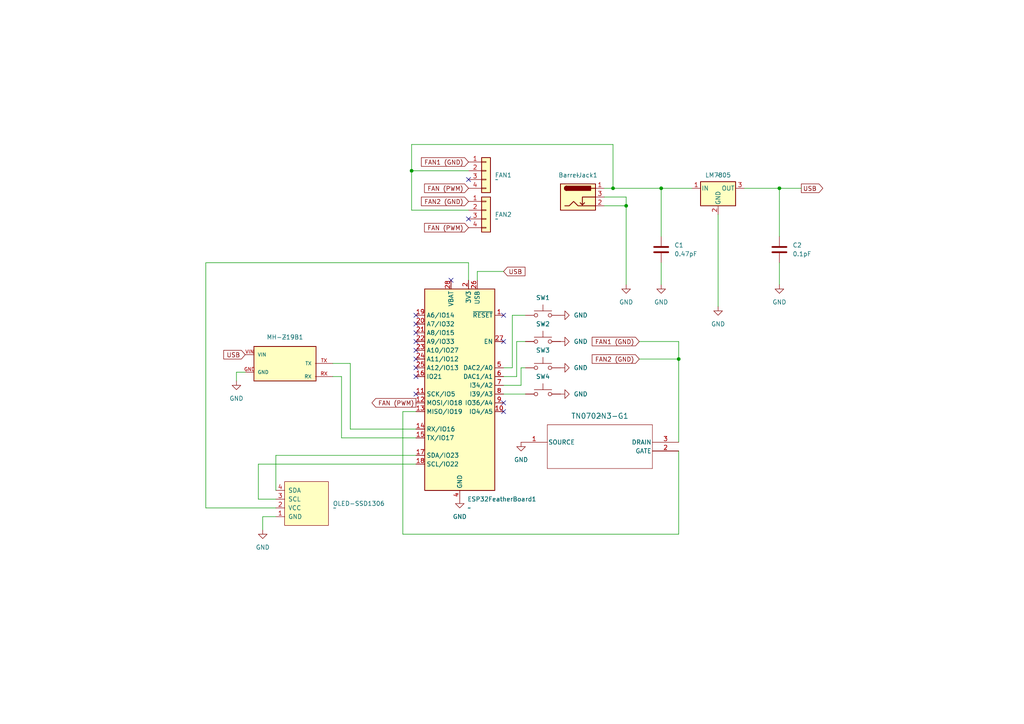
<source format=kicad_sch>
(kicad_sch (version 20230121) (generator eeschema)

  (uuid 8d29f45a-e391-4a6a-b79c-39ad31c4e34e)

  (paper "A4")

  (title_block
    (title "Smart Vent PCB (2nd Iteration)")
    (date "April,19,2024")
  )

  (lib_symbols
    (symbol "2024-04-21_06-41-13:TN0702N3-G" (pin_names (offset 0.254)) (in_bom yes) (on_board yes)
      (property "Reference" "U" (at 22.86 10.16 0)
        (effects (font (size 1.524 1.524)))
      )
      (property "Value" "TN0702N3-G" (at 22.86 7.62 0)
        (effects (font (size 1.524 1.524)))
      )
      (property "Footprint" "TO-92_MC_MCH" (at 0 0 0)
        (effects (font (size 1.27 1.27) italic) hide)
      )
      (property "Datasheet" "TN0702N3-G" (at 0 0 0)
        (effects (font (size 1.27 1.27) italic) hide)
      )
      (property "ki_locked" "" (at 0 0 0)
        (effects (font (size 1.27 1.27)))
      )
      (property "ki_keywords" "TN0702N3-G" (at 0 0 0)
        (effects (font (size 1.27 1.27)) hide)
      )
      (property "ki_fp_filters" "TO-92_MC_MCH" (at 0 0 0)
        (effects (font (size 1.27 1.27)) hide)
      )
      (symbol "TN0702N3-G_0_1"
        (polyline
          (pts
            (xy 7.62 -7.62)
            (xy 38.1 -7.62)
          )
          (stroke (width 0.127) (type default))
          (fill (type none))
        )
        (polyline
          (pts
            (xy 7.62 5.08)
            (xy 7.62 -7.62)
          )
          (stroke (width 0.127) (type default))
          (fill (type none))
        )
        (polyline
          (pts
            (xy 38.1 -7.62)
            (xy 38.1 5.08)
          )
          (stroke (width 0.127) (type default))
          (fill (type none))
        )
        (polyline
          (pts
            (xy 38.1 5.08)
            (xy 7.62 5.08)
          )
          (stroke (width 0.127) (type default))
          (fill (type none))
        )
        (pin unspecified line (at 0 0 0) (length 7.62)
          (name "SOURCE" (effects (font (size 1.27 1.27))))
          (number "1" (effects (font (size 1.27 1.27))))
        )
        (pin unspecified line (at 45.72 -2.54 180) (length 7.62)
          (name "GATE" (effects (font (size 1.27 1.27))))
          (number "2" (effects (font (size 1.27 1.27))))
        )
        (pin unspecified line (at 45.72 0 180) (length 7.62)
          (name "DRAIN" (effects (font (size 1.27 1.27))))
          (number "3" (effects (font (size 1.27 1.27))))
        )
      )
    )
    (symbol "Connector:Barrel_Jack_Switch" (pin_names hide) (in_bom yes) (on_board yes)
      (property "Reference" "J" (at 0 5.334 0)
        (effects (font (size 1.27 1.27)))
      )
      (property "Value" "Barrel_Jack_Switch" (at 0 -5.08 0)
        (effects (font (size 1.27 1.27)))
      )
      (property "Footprint" "" (at 1.27 -1.016 0)
        (effects (font (size 1.27 1.27)) hide)
      )
      (property "Datasheet" "~" (at 1.27 -1.016 0)
        (effects (font (size 1.27 1.27)) hide)
      )
      (property "ki_keywords" "DC power barrel jack connector" (at 0 0 0)
        (effects (font (size 1.27 1.27)) hide)
      )
      (property "ki_description" "DC Barrel Jack with an internal switch" (at 0 0 0)
        (effects (font (size 1.27 1.27)) hide)
      )
      (property "ki_fp_filters" "BarrelJack*" (at 0 0 0)
        (effects (font (size 1.27 1.27)) hide)
      )
      (symbol "Barrel_Jack_Switch_0_1"
        (rectangle (start -5.08 3.81) (end 5.08 -3.81)
          (stroke (width 0.254) (type default))
          (fill (type background))
        )
        (arc (start -3.302 3.175) (mid -3.9343 2.54) (end -3.302 1.905)
          (stroke (width 0.254) (type default))
          (fill (type none))
        )
        (arc (start -3.302 3.175) (mid -3.9343 2.54) (end -3.302 1.905)
          (stroke (width 0.254) (type default))
          (fill (type outline))
        )
        (polyline
          (pts
            (xy 1.27 -2.286)
            (xy 1.905 -1.651)
          )
          (stroke (width 0.254) (type default))
          (fill (type none))
        )
        (polyline
          (pts
            (xy 5.08 2.54)
            (xy 3.81 2.54)
          )
          (stroke (width 0.254) (type default))
          (fill (type none))
        )
        (polyline
          (pts
            (xy 5.08 0)
            (xy 1.27 0)
            (xy 1.27 -2.286)
            (xy 0.635 -1.651)
          )
          (stroke (width 0.254) (type default))
          (fill (type none))
        )
        (polyline
          (pts
            (xy -3.81 -2.54)
            (xy -2.54 -2.54)
            (xy -1.27 -1.27)
            (xy 0 -2.54)
            (xy 2.54 -2.54)
            (xy 5.08 -2.54)
          )
          (stroke (width 0.254) (type default))
          (fill (type none))
        )
        (rectangle (start 3.683 3.175) (end -3.302 1.905)
          (stroke (width 0.254) (type default))
          (fill (type outline))
        )
      )
      (symbol "Barrel_Jack_Switch_1_1"
        (pin passive line (at 7.62 2.54 180) (length 2.54)
          (name "~" (effects (font (size 1.27 1.27))))
          (number "1" (effects (font (size 1.27 1.27))))
        )
        (pin passive line (at 7.62 -2.54 180) (length 2.54)
          (name "~" (effects (font (size 1.27 1.27))))
          (number "2" (effects (font (size 1.27 1.27))))
        )
        (pin passive line (at 7.62 0 180) (length 2.54)
          (name "~" (effects (font (size 1.27 1.27))))
          (number "3" (effects (font (size 1.27 1.27))))
        )
      )
    )
    (symbol "Connector_Generic:Conn_01x04" (pin_names (offset 1.016) hide) (in_bom yes) (on_board yes)
      (property "Reference" "J" (at 0 5.08 0)
        (effects (font (size 1.27 1.27)))
      )
      (property "Value" "Conn_01x04" (at 0 -7.62 0)
        (effects (font (size 1.27 1.27)))
      )
      (property "Footprint" "" (at 0 0 0)
        (effects (font (size 1.27 1.27)) hide)
      )
      (property "Datasheet" "~" (at 0 0 0)
        (effects (font (size 1.27 1.27)) hide)
      )
      (property "ki_keywords" "connector" (at 0 0 0)
        (effects (font (size 1.27 1.27)) hide)
      )
      (property "ki_description" "Generic connector, single row, 01x04, script generated (kicad-library-utils/schlib/autogen/connector/)" (at 0 0 0)
        (effects (font (size 1.27 1.27)) hide)
      )
      (property "ki_fp_filters" "Connector*:*_1x??_*" (at 0 0 0)
        (effects (font (size 1.27 1.27)) hide)
      )
      (symbol "Conn_01x04_1_1"
        (rectangle (start -1.27 -4.953) (end 0 -5.207)
          (stroke (width 0.1524) (type default))
          (fill (type none))
        )
        (rectangle (start -1.27 -2.413) (end 0 -2.667)
          (stroke (width 0.1524) (type default))
          (fill (type none))
        )
        (rectangle (start -1.27 0.127) (end 0 -0.127)
          (stroke (width 0.1524) (type default))
          (fill (type none))
        )
        (rectangle (start -1.27 2.667) (end 0 2.413)
          (stroke (width 0.1524) (type default))
          (fill (type none))
        )
        (rectangle (start -1.27 3.81) (end 1.27 -6.35)
          (stroke (width 0.254) (type default))
          (fill (type background))
        )
        (pin passive line (at -5.08 2.54 0) (length 3.81)
          (name "Pin_1" (effects (font (size 1.27 1.27))))
          (number "1" (effects (font (size 1.27 1.27))))
        )
        (pin passive line (at -5.08 0 0) (length 3.81)
          (name "Pin_2" (effects (font (size 1.27 1.27))))
          (number "2" (effects (font (size 1.27 1.27))))
        )
        (pin passive line (at -5.08 -2.54 0) (length 3.81)
          (name "Pin_3" (effects (font (size 1.27 1.27))))
          (number "3" (effects (font (size 1.27 1.27))))
        )
        (pin passive line (at -5.08 -5.08 0) (length 3.81)
          (name "Pin_4" (effects (font (size 1.27 1.27))))
          (number "4" (effects (font (size 1.27 1.27))))
        )
      )
    )
    (symbol "Device:C" (pin_numbers hide) (pin_names (offset 0.254)) (in_bom yes) (on_board yes)
      (property "Reference" "C" (at 0.635 2.54 0)
        (effects (font (size 1.27 1.27)) (justify left))
      )
      (property "Value" "C" (at 0.635 -2.54 0)
        (effects (font (size 1.27 1.27)) (justify left))
      )
      (property "Footprint" "" (at 0.9652 -3.81 0)
        (effects (font (size 1.27 1.27)) hide)
      )
      (property "Datasheet" "~" (at 0 0 0)
        (effects (font (size 1.27 1.27)) hide)
      )
      (property "ki_keywords" "cap capacitor" (at 0 0 0)
        (effects (font (size 1.27 1.27)) hide)
      )
      (property "ki_description" "Unpolarized capacitor" (at 0 0 0)
        (effects (font (size 1.27 1.27)) hide)
      )
      (property "ki_fp_filters" "C_*" (at 0 0 0)
        (effects (font (size 1.27 1.27)) hide)
      )
      (symbol "C_0_1"
        (polyline
          (pts
            (xy -2.032 -0.762)
            (xy 2.032 -0.762)
          )
          (stroke (width 0.508) (type default))
          (fill (type none))
        )
        (polyline
          (pts
            (xy -2.032 0.762)
            (xy 2.032 0.762)
          )
          (stroke (width 0.508) (type default))
          (fill (type none))
        )
      )
      (symbol "C_1_1"
        (pin passive line (at 0 3.81 270) (length 2.794)
          (name "~" (effects (font (size 1.27 1.27))))
          (number "1" (effects (font (size 1.27 1.27))))
        )
        (pin passive line (at 0 -3.81 90) (length 2.794)
          (name "~" (effects (font (size 1.27 1.27))))
          (number "2" (effects (font (size 1.27 1.27))))
        )
      )
    )
    (symbol "MCU_Module:Adafruit_Feather_HUZZAH32_ESP32" (in_bom yes) (on_board yes)
      (property "Reference" "A1" (at 2.1941 -33.02 0)
        (effects (font (size 1.27 1.27)) (justify left))
      )
      (property "Value" "Adafruit_Feather_HUZZAH32_ESP32" (at 2.1941 -35.56 0)
        (effects (font (size 1.27 1.27)) (justify left))
      )
      (property "Footprint" "Module:Adafruit_Feather" (at 2.54 -34.29 0)
        (effects (font (size 1.27 1.27)) (justify left) hide)
      )
      (property "Datasheet" "https://cdn-learn.adafruit.com/downloads/pdf/adafruit-huzzah32-esp32-feather.pdf" (at 0 -30.48 0)
        (effects (font (size 1.27 1.27)) hide)
      )
      (property "ki_keywords" "Adafruit feather microcontroller module USB" (at 0 0 0)
        (effects (font (size 1.27 1.27)) hide)
      )
      (property "ki_description" "Microcontroller module with ESP32 MCU" (at 0 0 0)
        (effects (font (size 1.27 1.27)) hide)
      )
      (property "ki_fp_filters" "Adafruit*Feather*" (at 0 0 0)
        (effects (font (size 1.27 1.27)) hide)
      )
      (symbol "Adafruit_Feather_HUZZAH32_ESP32_0_1"
        (rectangle (start -10.16 27.94) (end 10.16 -30.48)
          (stroke (width 0.254) (type default))
          (fill (type background))
        )
      )
      (symbol "Adafruit_Feather_HUZZAH32_ESP32_1_1"
        (pin input line (at 12.7 20.32 180) (length 2.54)
          (name "~{RESET}" (effects (font (size 1.27 1.27))))
          (number "1" (effects (font (size 1.27 1.27))))
        )
        (pin bidirectional line (at 12.7 -7.62 180) (length 2.54)
          (name "IO4/A5" (effects (font (size 1.27 1.27))))
          (number "10" (effects (font (size 1.27 1.27))))
        )
        (pin bidirectional line (at -12.7 -2.54 0) (length 2.54)
          (name "SCK/IO5" (effects (font (size 1.27 1.27))))
          (number "11" (effects (font (size 1.27 1.27))))
        )
        (pin bidirectional line (at -12.7 -5.08 0) (length 2.54)
          (name "MOSI/IO18" (effects (font (size 1.27 1.27))))
          (number "12" (effects (font (size 1.27 1.27))))
        )
        (pin bidirectional line (at -12.7 -7.62 0) (length 2.54)
          (name "MISO/IO19" (effects (font (size 1.27 1.27))))
          (number "13" (effects (font (size 1.27 1.27))))
        )
        (pin bidirectional line (at -12.7 -12.7 0) (length 2.54)
          (name "RX/IO16" (effects (font (size 1.27 1.27))))
          (number "14" (effects (font (size 1.27 1.27))))
        )
        (pin bidirectional line (at -12.7 -15.24 0) (length 2.54)
          (name "TX/IO17" (effects (font (size 1.27 1.27))))
          (number "15" (effects (font (size 1.27 1.27))))
        )
        (pin bidirectional line (at -12.7 2.54 0) (length 2.54)
          (name "IO21" (effects (font (size 1.27 1.27))))
          (number "16" (effects (font (size 1.27 1.27))))
        )
        (pin bidirectional line (at -12.7 -20.32 0) (length 2.54)
          (name "SDA/IO23" (effects (font (size 1.27 1.27))))
          (number "17" (effects (font (size 1.27 1.27))))
        )
        (pin bidirectional line (at -12.7 -22.86 0) (length 2.54)
          (name "SCL/IO22" (effects (font (size 1.27 1.27))))
          (number "18" (effects (font (size 1.27 1.27))))
        )
        (pin bidirectional line (at -12.7 20.32 0) (length 2.54)
          (name "A6/IO14" (effects (font (size 1.27 1.27))))
          (number "19" (effects (font (size 1.27 1.27))))
        )
        (pin power_out line (at 2.54 30.48 270) (length 2.54)
          (name "3V3" (effects (font (size 1.27 1.27))))
          (number "2" (effects (font (size 1.27 1.27))))
        )
        (pin bidirectional line (at -12.7 17.78 0) (length 2.54)
          (name "A7/IO32" (effects (font (size 1.27 1.27))))
          (number "20" (effects (font (size 1.27 1.27))))
        )
        (pin bidirectional line (at -12.7 15.24 0) (length 2.54)
          (name "A8/IO15" (effects (font (size 1.27 1.27))))
          (number "21" (effects (font (size 1.27 1.27))))
        )
        (pin bidirectional line (at -12.7 12.7 0) (length 2.54)
          (name "A9/IO33" (effects (font (size 1.27 1.27))))
          (number "22" (effects (font (size 1.27 1.27))))
        )
        (pin bidirectional line (at -12.7 10.16 0) (length 2.54)
          (name "A10/IO27" (effects (font (size 1.27 1.27))))
          (number "23" (effects (font (size 1.27 1.27))))
        )
        (pin bidirectional line (at -12.7 7.62 0) (length 2.54)
          (name "A11/IO12" (effects (font (size 1.27 1.27))))
          (number "24" (effects (font (size 1.27 1.27))))
        )
        (pin bidirectional line (at -12.7 5.08 0) (length 2.54)
          (name "A12/IO13" (effects (font (size 1.27 1.27))))
          (number "25" (effects (font (size 1.27 1.27))))
        )
        (pin power_in line (at 5.08 30.48 270) (length 2.54)
          (name "USB" (effects (font (size 1.27 1.27))))
          (number "26" (effects (font (size 1.27 1.27))))
        )
        (pin input line (at 12.7 12.7 180) (length 2.54)
          (name "EN" (effects (font (size 1.27 1.27))))
          (number "27" (effects (font (size 1.27 1.27))))
        )
        (pin power_in line (at -2.54 30.48 270) (length 2.54)
          (name "VBAT" (effects (font (size 1.27 1.27))))
          (number "28" (effects (font (size 1.27 1.27))))
        )
        (pin no_connect line (at 10.16 10.16 180) (length 2.54) hide
          (name "NC" (effects (font (size 1.27 1.27))))
          (number "3" (effects (font (size 1.27 1.27))))
        )
        (pin power_in line (at 0 -33.02 90) (length 2.54)
          (name "GND" (effects (font (size 1.27 1.27))))
          (number "4" (effects (font (size 1.27 1.27))))
        )
        (pin bidirectional line (at 12.7 5.08 180) (length 2.54)
          (name "DAC2/A0" (effects (font (size 1.27 1.27))))
          (number "5" (effects (font (size 1.27 1.27))))
        )
        (pin bidirectional line (at 12.7 2.54 180) (length 2.54)
          (name "DAC1/A1" (effects (font (size 1.27 1.27))))
          (number "6" (effects (font (size 1.27 1.27))))
        )
        (pin bidirectional line (at 12.7 0 180) (length 2.54)
          (name "I34/A2" (effects (font (size 1.27 1.27))))
          (number "7" (effects (font (size 1.27 1.27))))
        )
        (pin bidirectional line (at 12.7 -2.54 180) (length 2.54)
          (name "I39/A3" (effects (font (size 1.27 1.27))))
          (number "8" (effects (font (size 1.27 1.27))))
        )
        (pin bidirectional line (at 12.7 -5.08 180) (length 2.54)
          (name "IO36/A4" (effects (font (size 1.27 1.27))))
          (number "9" (effects (font (size 1.27 1.27))))
        )
      )
    )
    (symbol "MH-Z19B:MH-Z19B" (pin_names (offset 1.016)) (in_bom yes) (on_board yes)
      (property "Reference" "U2" (at 9 15.24 0)
        (effects (font (size 1.27 1.27)))
      )
      (property "Value" "MH-Z19B" (at 9 12.7 0)
        (effects (font (size 1.27 1.27)))
      )
      (property "Footprint" "MH-Z19B:MH-Z19B-FOOT" (at 34.29 13.97 0)
        (effects (font (size 1.27 1.27)) (justify bottom) hide)
      )
      (property "Datasheet" "" (at 0 0 0)
        (effects (font (size 1.27 1.27)) hide)
      )
      (property "Description" "\nIntelligent Infrared CO2 Module\n" (at 46.99 7.62 0)
        (effects (font (size 1.27 1.27)) (justify bottom) hide)
      )
      (property "MF" "Winsen" (at 55.88 13.97 0)
        (effects (font (size 1.27 1.27)) (justify bottom) hide)
      )
      (property "Package" "Package" (at 54.61 3.81 0)
        (effects (font (size 1.27 1.27)) (justify bottom) hide)
      )
      (property "Price" "None" (at 52.07 1.27 0)
        (effects (font (size 1.27 1.27)) (justify bottom) hide)
      )
      (property "SnapEDA_Link" "https://www.snapeda.com/parts/MH-Z19B/Winsen/view-part/?ref=snap" (at 39.37 20.32 0)
        (effects (font (size 1.27 1.27)) (justify bottom) hide)
      )
      (property "MP" "MH-Z19B" (at 43.18 2.54 0)
        (effects (font (size 1.27 1.27)) (justify bottom) hide)
      )
      (property "Availability" "Not in stock" (at 41.91 11.43 0)
        (effects (font (size 1.27 1.27)) (justify bottom) hide)
      )
      (property "Check_prices" "https://www.snapeda.com/parts/MH-Z19B/Winsen/view-part/?ref=eda" (at 44.45 17.78 0)
        (effects (font (size 1.27 1.27)) (justify bottom) hide)
      )
      (symbol "MH-Z19B_0_0"
        (rectangle (start 0 0) (end 18 10)
          (stroke (width 0.254) (type default))
          (fill (type background))
        )
        (pin bidirectional line (at -2.54 2.54 0) (length 2.54)
          (name "GND" (effects (font (size 1.016 1.016))))
          (number "GND" (effects (font (size 1.016 1.016))))
        )
        (pin bidirectional line (at 22.86 1.27 180) (length 5.08)
          (name "RX" (effects (font (size 1.016 1.016))))
          (number "RX" (effects (font (size 1.016 1.016))))
        )
        (pin bidirectional line (at 22.86 5.08 180) (length 5.08)
          (name "TX" (effects (font (size 1.016 1.016))))
          (number "TX" (effects (font (size 1.016 1.016))))
        )
        (pin bidirectional line (at -2.54 7.62 0) (length 2.54)
          (name "VIN" (effects (font (size 1.016 1.016))))
          (number "VIN" (effects (font (size 1.016 1.016))))
        )
      )
    )
    (symbol "Regulator_Linear:L7805" (pin_names (offset 0.254)) (in_bom yes) (on_board yes)
      (property "Reference" "U" (at -3.81 3.175 0)
        (effects (font (size 1.27 1.27)))
      )
      (property "Value" "L7805" (at 0 3.175 0)
        (effects (font (size 1.27 1.27)) (justify left))
      )
      (property "Footprint" "" (at 0.635 -3.81 0)
        (effects (font (size 1.27 1.27) italic) (justify left) hide)
      )
      (property "Datasheet" "http://www.st.com/content/ccc/resource/technical/document/datasheet/41/4f/b3/b0/12/d4/47/88/CD00000444.pdf/files/CD00000444.pdf/jcr:content/translations/en.CD00000444.pdf" (at 0 -1.27 0)
        (effects (font (size 1.27 1.27)) hide)
      )
      (property "ki_keywords" "Voltage Regulator 1.5A Positive" (at 0 0 0)
        (effects (font (size 1.27 1.27)) hide)
      )
      (property "ki_description" "Positive 1.5A 35V Linear Regulator, Fixed Output 5V, TO-220/TO-263/TO-252" (at 0 0 0)
        (effects (font (size 1.27 1.27)) hide)
      )
      (property "ki_fp_filters" "TO?252* TO?263* TO?220*" (at 0 0 0)
        (effects (font (size 1.27 1.27)) hide)
      )
      (symbol "L7805_0_1"
        (rectangle (start -5.08 1.905) (end 5.08 -5.08)
          (stroke (width 0.254) (type default))
          (fill (type background))
        )
      )
      (symbol "L7805_1_1"
        (pin power_in line (at -7.62 0 0) (length 2.54)
          (name "IN" (effects (font (size 1.27 1.27))))
          (number "1" (effects (font (size 1.27 1.27))))
        )
        (pin power_in line (at 0 -7.62 90) (length 2.54)
          (name "GND" (effects (font (size 1.27 1.27))))
          (number "2" (effects (font (size 1.27 1.27))))
        )
        (pin power_out line (at 7.62 0 180) (length 2.54)
          (name "OUT" (effects (font (size 1.27 1.27))))
          (number "3" (effects (font (size 1.27 1.27))))
        )
      )
    )
    (symbol "SSD1306-128x64_OLED:SSD1306" (pin_names (offset 1.016)) (in_bom yes) (on_board yes)
      (property "Reference" "Brd" (at 0 -3.81 0)
        (effects (font (size 1.27 1.27)))
      )
      (property "Value" "SSD1306" (at 0 -1.27 0)
        (effects (font (size 1.27 1.27)))
      )
      (property "Footprint" "" (at 0 6.35 0)
        (effects (font (size 1.27 1.27)) hide)
      )
      (property "Datasheet" "" (at 0 6.35 0)
        (effects (font (size 1.27 1.27)) hide)
      )
      (property "ki_fp_filters" "SSD1306-128x64_OLED:SSD1306" (at 0 0 0)
        (effects (font (size 1.27 1.27)) hide)
      )
      (symbol "SSD1306_0_1"
        (rectangle (start -6.35 6.35) (end 6.35 -6.35)
          (stroke (width 0) (type solid))
          (fill (type background))
        )
      )
      (symbol "SSD1306_1_1"
        (pin input line (at -3.81 8.89 270) (length 2.54)
          (name "GND" (effects (font (size 1.27 1.27))))
          (number "1" (effects (font (size 1.27 1.27))))
        )
        (pin input line (at -1.27 8.89 270) (length 2.54)
          (name "VCC" (effects (font (size 1.27 1.27))))
          (number "2" (effects (font (size 1.27 1.27))))
        )
        (pin input line (at 1.27 8.89 270) (length 2.54)
          (name "SCL" (effects (font (size 1.27 1.27))))
          (number "3" (effects (font (size 1.27 1.27))))
        )
        (pin input line (at 3.81 8.89 270) (length 2.54)
          (name "SDA" (effects (font (size 1.27 1.27))))
          (number "4" (effects (font (size 1.27 1.27))))
        )
      )
    )
    (symbol "Switch:SW_Push" (pin_numbers hide) (pin_names (offset 1.016) hide) (in_bom yes) (on_board yes)
      (property "Reference" "SW" (at 1.27 2.54 0)
        (effects (font (size 1.27 1.27)) (justify left))
      )
      (property "Value" "SW_Push" (at 0 -1.524 0)
        (effects (font (size 1.27 1.27)))
      )
      (property "Footprint" "" (at 0 5.08 0)
        (effects (font (size 1.27 1.27)) hide)
      )
      (property "Datasheet" "~" (at 0 5.08 0)
        (effects (font (size 1.27 1.27)) hide)
      )
      (property "ki_keywords" "switch normally-open pushbutton push-button" (at 0 0 0)
        (effects (font (size 1.27 1.27)) hide)
      )
      (property "ki_description" "Push button switch, generic, two pins" (at 0 0 0)
        (effects (font (size 1.27 1.27)) hide)
      )
      (symbol "SW_Push_0_1"
        (circle (center -2.032 0) (radius 0.508)
          (stroke (width 0) (type default))
          (fill (type none))
        )
        (polyline
          (pts
            (xy 0 1.27)
            (xy 0 3.048)
          )
          (stroke (width 0) (type default))
          (fill (type none))
        )
        (polyline
          (pts
            (xy 2.54 1.27)
            (xy -2.54 1.27)
          )
          (stroke (width 0) (type default))
          (fill (type none))
        )
        (circle (center 2.032 0) (radius 0.508)
          (stroke (width 0) (type default))
          (fill (type none))
        )
        (pin passive line (at -5.08 0 0) (length 2.54)
          (name "1" (effects (font (size 1.27 1.27))))
          (number "1" (effects (font (size 1.27 1.27))))
        )
        (pin passive line (at 5.08 0 180) (length 2.54)
          (name "2" (effects (font (size 1.27 1.27))))
          (number "2" (effects (font (size 1.27 1.27))))
        )
      )
    )
    (symbol "power:GND" (power) (pin_names (offset 0)) (in_bom yes) (on_board yes)
      (property "Reference" "#PWR" (at 0 -6.35 0)
        (effects (font (size 1.27 1.27)) hide)
      )
      (property "Value" "GND" (at 0 -3.81 0)
        (effects (font (size 1.27 1.27)))
      )
      (property "Footprint" "" (at 0 0 0)
        (effects (font (size 1.27 1.27)) hide)
      )
      (property "Datasheet" "" (at 0 0 0)
        (effects (font (size 1.27 1.27)) hide)
      )
      (property "ki_keywords" "global power" (at 0 0 0)
        (effects (font (size 1.27 1.27)) hide)
      )
      (property "ki_description" "Power symbol creates a global label with name \"GND\" , ground" (at 0 0 0)
        (effects (font (size 1.27 1.27)) hide)
      )
      (symbol "GND_0_1"
        (polyline
          (pts
            (xy 0 0)
            (xy 0 -1.27)
            (xy 1.27 -1.27)
            (xy 0 -2.54)
            (xy -1.27 -1.27)
            (xy 0 -1.27)
          )
          (stroke (width 0) (type default))
          (fill (type none))
        )
      )
      (symbol "GND_1_1"
        (pin power_in line (at 0 0 270) (length 0) hide
          (name "GND" (effects (font (size 1.27 1.27))))
          (number "1" (effects (font (size 1.27 1.27))))
        )
      )
    )
  )

  (junction (at 177.8 54.61) (diameter 0) (color 0 0 0 0)
    (uuid 1e4a00ee-89b5-4e13-aa46-6254c90bc01c)
  )
  (junction (at 181.61 59.69) (diameter 0) (color 0 0 0 0)
    (uuid 36244720-08db-4a57-8f1d-a9eca7065141)
  )
  (junction (at 226.06 54.61) (diameter 0) (color 0 0 0 0)
    (uuid 5a65212c-88db-4859-86b0-8b46dd8b23f1)
  )
  (junction (at 196.85 104.14) (diameter 0) (color 0 0 0 0)
    (uuid 8d13c38c-d3fd-4ee2-b44b-177706e50d1f)
  )
  (junction (at 119.38 49.53) (diameter 0) (color 0 0 0 0)
    (uuid fa531e3f-2980-4a75-86c9-a9aac618f49a)
  )
  (junction (at 191.77 54.61) (diameter 0) (color 0 0 0 0)
    (uuid fb810fb9-36f3-40f1-a38d-a046dfe954c1)
  )

  (no_connect (at 120.65 93.98) (uuid 0d94c947-49c6-4a0e-be05-f2bdf6b5dfed))
  (no_connect (at 146.05 116.84) (uuid 1b2d328d-bb2b-427e-8067-d76326d5ce7b))
  (no_connect (at 120.65 96.52) (uuid 3701a0a0-3a7a-45c5-8691-f0ca26b321e0))
  (no_connect (at 120.65 91.44) (uuid 506edb22-1333-480e-9764-0cdec401c4a1))
  (no_connect (at 146.05 91.44) (uuid 58acbc2e-2da6-4847-970b-3698c5da6701))
  (no_connect (at 120.65 114.3) (uuid 5c0791e2-30d5-4f89-b301-acb0c396f4ad))
  (no_connect (at 120.65 109.22) (uuid 62f25edb-b4a3-4158-b508-05b97dabaa6a))
  (no_connect (at 120.65 104.14) (uuid 68f6e3a9-7c9d-4fa2-9ad7-5a3e28be5c6f))
  (no_connect (at 146.05 99.06) (uuid 77e9e2bc-eeb0-45fa-b29a-a9ccd401b68c))
  (no_connect (at 135.89 63.5) (uuid 86300fe0-0129-457b-b94d-8feebebc4613))
  (no_connect (at 130.81 81.28) (uuid a94cde1e-1b33-49ec-ae42-a29ea3ea967c))
  (no_connect (at 146.05 119.38) (uuid a985a786-4be2-4680-83bb-d2ebec760f61))
  (no_connect (at 120.65 101.6) (uuid ab0cbc89-0b87-4497-85fd-d57d2c4f5564))
  (no_connect (at 135.89 52.07) (uuid f0f7ce78-b07d-4058-9427-af27e4f5d278))
  (no_connect (at 120.65 99.06) (uuid f74b5c6d-e4eb-4f4f-b38c-c2108de7f9ea))
  (no_connect (at 120.65 106.68) (uuid fa8e79c1-d011-4cfd-98b7-9aaeaa144c2a))

  (wire (pts (xy 196.85 154.94) (xy 196.85 130.81))
    (stroke (width 0) (type default))
    (uuid 087df0b4-187a-4501-939b-d571159f3bf1)
  )
  (wire (pts (xy 59.69 147.32) (xy 80.01 147.32))
    (stroke (width 0) (type default))
    (uuid 101f6819-3dde-4c86-a140-5656cc4f1583)
  )
  (wire (pts (xy 149.86 99.06) (xy 149.86 109.22))
    (stroke (width 0) (type default))
    (uuid 1587e4cf-9f55-4448-8d58-57c5d5507468)
  )
  (wire (pts (xy 151.13 106.68) (xy 151.13 111.76))
    (stroke (width 0) (type default))
    (uuid 16bb28bd-61fe-48c0-bbbd-39f01a82750a)
  )
  (wire (pts (xy 177.8 41.91) (xy 177.8 54.61))
    (stroke (width 0) (type default))
    (uuid 19db2091-39b9-4a7a-befe-d80aed849b82)
  )
  (wire (pts (xy 74.93 134.62) (xy 120.65 134.62))
    (stroke (width 0) (type default))
    (uuid 1a246864-b7fb-475a-93df-b03493a0fdf8)
  )
  (wire (pts (xy 76.2 149.86) (xy 76.2 153.67))
    (stroke (width 0) (type default))
    (uuid 1d2e9037-9f19-4bcc-87d3-5f91851727fb)
  )
  (wire (pts (xy 116.84 154.94) (xy 196.85 154.94))
    (stroke (width 0) (type default))
    (uuid 1eb26838-6dcc-40f0-8cc7-e7edc32f74a9)
  )
  (wire (pts (xy 99.06 109.22) (xy 99.06 127))
    (stroke (width 0) (type default))
    (uuid 1fcb4753-bbb8-4bce-acca-f0aeee369577)
  )
  (wire (pts (xy 71.12 107.95) (xy 68.58 107.95))
    (stroke (width 0) (type default))
    (uuid 2b588ee3-693d-4c5e-8657-5fccc530e275)
  )
  (wire (pts (xy 148.59 106.68) (xy 146.05 106.68))
    (stroke (width 0) (type default))
    (uuid 43e7280a-d2b6-45c3-8d67-dc83f30c5240)
  )
  (wire (pts (xy 175.26 59.69) (xy 181.61 59.69))
    (stroke (width 0) (type default))
    (uuid 45a778ff-3f72-42d2-8adf-de71ab2733bc)
  )
  (wire (pts (xy 152.4 99.06) (xy 149.86 99.06))
    (stroke (width 0) (type default))
    (uuid 460c9045-e74c-46ff-aeee-dd3fa688b49d)
  )
  (wire (pts (xy 196.85 99.06) (xy 185.42 99.06))
    (stroke (width 0) (type default))
    (uuid 53b478e8-b4cd-4437-ab9a-36387d6a7d23)
  )
  (wire (pts (xy 177.8 54.61) (xy 191.77 54.61))
    (stroke (width 0) (type default))
    (uuid 637922aa-0e3d-48d7-8a50-b510258c6eb5)
  )
  (wire (pts (xy 59.69 76.2) (xy 135.89 76.2))
    (stroke (width 0) (type default))
    (uuid 65b45377-205b-40a3-96b0-5ce6786532f1)
  )
  (wire (pts (xy 175.26 54.61) (xy 177.8 54.61))
    (stroke (width 0) (type default))
    (uuid 74f3c211-c168-4c6b-be8d-d055718306c1)
  )
  (wire (pts (xy 59.69 147.32) (xy 59.69 76.2))
    (stroke (width 0) (type default))
    (uuid 753af51f-db11-4fcb-9cb9-1451e223f761)
  )
  (wire (pts (xy 119.38 49.53) (xy 119.38 41.91))
    (stroke (width 0) (type default))
    (uuid 781946d2-eb0f-4203-8540-280b414deb72)
  )
  (wire (pts (xy 101.6 105.41) (xy 101.6 124.46))
    (stroke (width 0) (type default))
    (uuid 7be66a58-dc8b-4e40-b7e9-d45681329b7f)
  )
  (wire (pts (xy 80.01 149.86) (xy 76.2 149.86))
    (stroke (width 0) (type default))
    (uuid 7c41ce88-bfd3-466e-a072-7b6371e7aedf)
  )
  (wire (pts (xy 96.52 105.41) (xy 101.6 105.41))
    (stroke (width 0) (type default))
    (uuid 7da8419f-2fa5-4e31-99b1-468e3a900355)
  )
  (wire (pts (xy 146.05 109.22) (xy 149.86 109.22))
    (stroke (width 0) (type default))
    (uuid 7f6a3cc0-131f-4c58-9fae-b5c31dbea9c1)
  )
  (wire (pts (xy 185.42 104.14) (xy 196.85 104.14))
    (stroke (width 0) (type default))
    (uuid 8346d737-bf56-4e4a-a775-741d80c30cc7)
  )
  (wire (pts (xy 101.6 124.46) (xy 120.65 124.46))
    (stroke (width 0) (type default))
    (uuid 88fea0fb-2115-46c2-b8b8-df219a0302c7)
  )
  (wire (pts (xy 116.84 119.38) (xy 116.84 154.94))
    (stroke (width 0) (type default))
    (uuid 8af84e14-1dbe-4eba-9207-f0d2d1bf64be)
  )
  (wire (pts (xy 119.38 49.53) (xy 119.38 60.96))
    (stroke (width 0) (type default))
    (uuid 8b669d24-96d6-4a99-bdcc-dd4993a9deac)
  )
  (wire (pts (xy 80.01 142.24) (xy 80.01 132.08))
    (stroke (width 0) (type default))
    (uuid 8c0322f3-3e99-44fb-b14d-119d9c6b4244)
  )
  (wire (pts (xy 99.06 127) (xy 120.65 127))
    (stroke (width 0) (type default))
    (uuid 8c04dcad-a2d6-4178-ad72-4bb9a3b03c62)
  )
  (wire (pts (xy 208.28 62.23) (xy 208.28 88.9))
    (stroke (width 0) (type default))
    (uuid 8dffbfca-19c3-493c-855e-4714fc16fddd)
  )
  (wire (pts (xy 196.85 104.14) (xy 196.85 99.06))
    (stroke (width 0) (type default))
    (uuid 91865cee-9890-4cf6-8cb0-e0af02737905)
  )
  (wire (pts (xy 74.93 144.78) (xy 74.93 134.62))
    (stroke (width 0) (type default))
    (uuid 9579251c-3a20-4160-8291-f921c42bb5ee)
  )
  (wire (pts (xy 146.05 111.76) (xy 151.13 111.76))
    (stroke (width 0) (type default))
    (uuid 99decb4f-28fa-4d44-abf3-320d744ea5af)
  )
  (wire (pts (xy 196.85 128.27) (xy 196.85 104.14))
    (stroke (width 0) (type default))
    (uuid 9d3e6d03-78d1-47f2-ade7-2a2fe0593a8f)
  )
  (wire (pts (xy 152.4 91.44) (xy 148.59 91.44))
    (stroke (width 0) (type default))
    (uuid 9f589f56-aa74-42bd-b861-3d5cacc4c765)
  )
  (wire (pts (xy 135.89 81.28) (xy 135.89 76.2))
    (stroke (width 0) (type default))
    (uuid a6309c84-44cc-4314-8405-b2454fe94234)
  )
  (wire (pts (xy 138.43 81.28) (xy 138.43 78.74))
    (stroke (width 0) (type default))
    (uuid a6501dba-3b14-4edf-ba54-7221efa739d3)
  )
  (wire (pts (xy 120.65 119.38) (xy 116.84 119.38))
    (stroke (width 0) (type default))
    (uuid a6c21116-9a71-40cd-b940-04b20e46169c)
  )
  (wire (pts (xy 152.4 106.68) (xy 151.13 106.68))
    (stroke (width 0) (type default))
    (uuid a96b2722-9eee-4656-8c97-de2cb5b51d53)
  )
  (wire (pts (xy 175.26 57.15) (xy 181.61 57.15))
    (stroke (width 0) (type default))
    (uuid aec854ec-974d-415b-823a-e3042d978043)
  )
  (wire (pts (xy 119.38 41.91) (xy 177.8 41.91))
    (stroke (width 0) (type default))
    (uuid b014f557-0dc1-487d-9354-e5fa2b608d54)
  )
  (wire (pts (xy 226.06 54.61) (xy 232.41 54.61))
    (stroke (width 0) (type default))
    (uuid b2451f30-08bd-4d91-b8fc-cf699bad033e)
  )
  (wire (pts (xy 191.77 54.61) (xy 200.66 54.61))
    (stroke (width 0) (type default))
    (uuid b2fc9627-ce07-4c85-b9a0-3d7039567a42)
  )
  (wire (pts (xy 146.05 114.3) (xy 152.4 114.3))
    (stroke (width 0) (type default))
    (uuid b3896b3e-f918-44eb-8b26-69808b532c20)
  )
  (wire (pts (xy 181.61 57.15) (xy 181.61 59.69))
    (stroke (width 0) (type default))
    (uuid c359c9b4-a864-4260-86c9-27448a1b3373)
  )
  (wire (pts (xy 181.61 59.69) (xy 181.61 82.55))
    (stroke (width 0) (type default))
    (uuid c81f0a3a-f983-479c-837e-d77d9338da9e)
  )
  (wire (pts (xy 96.52 109.22) (xy 99.06 109.22))
    (stroke (width 0) (type default))
    (uuid d3963063-ecba-43cc-8e1c-7b0e609680b1)
  )
  (wire (pts (xy 226.06 76.2) (xy 226.06 82.55))
    (stroke (width 0) (type default))
    (uuid d5a84d0f-9948-4246-9718-007d4aef3f1c)
  )
  (wire (pts (xy 191.77 76.2) (xy 191.77 82.55))
    (stroke (width 0) (type default))
    (uuid d7b88d21-fb1d-4dff-bdab-3370f136fce2)
  )
  (wire (pts (xy 226.06 68.58) (xy 226.06 54.61))
    (stroke (width 0) (type default))
    (uuid ddfa1c2e-7189-49dd-bce4-5b8d60d2432c)
  )
  (wire (pts (xy 135.89 49.53) (xy 119.38 49.53))
    (stroke (width 0) (type default))
    (uuid e7879ee1-3cb4-46a4-945d-8bcb2431fb5f)
  )
  (wire (pts (xy 191.77 54.61) (xy 191.77 68.58))
    (stroke (width 0) (type default))
    (uuid e9baec13-15b4-483d-b3db-a0ddb9772beb)
  )
  (wire (pts (xy 215.9 54.61) (xy 226.06 54.61))
    (stroke (width 0) (type default))
    (uuid ec4b8cbe-1de0-4478-911c-20cf5173b4a5)
  )
  (wire (pts (xy 138.43 78.74) (xy 146.05 78.74))
    (stroke (width 0) (type default))
    (uuid edfd6644-ae70-4274-97ab-0153b6c34712)
  )
  (wire (pts (xy 135.89 60.96) (xy 119.38 60.96))
    (stroke (width 0) (type default))
    (uuid ee5a202c-abdc-480c-aebd-6aca36854d7f)
  )
  (wire (pts (xy 80.01 144.78) (xy 74.93 144.78))
    (stroke (width 0) (type default))
    (uuid f0650a1c-deb2-4907-b5a8-031b8c0415d5)
  )
  (wire (pts (xy 68.58 107.95) (xy 68.58 110.49))
    (stroke (width 0) (type default))
    (uuid f270911d-3e3d-445f-b162-a1ef0ff36883)
  )
  (wire (pts (xy 148.59 91.44) (xy 148.59 106.68))
    (stroke (width 0) (type default))
    (uuid f372dcc7-85ff-40e1-b868-bc5011251679)
  )
  (wire (pts (xy 80.01 132.08) (xy 120.65 132.08))
    (stroke (width 0) (type default))
    (uuid fbd68516-1729-4051-ba45-809cb4bf0b93)
  )

  (global_label "FAN2 (GND)" (shape input) (at 185.42 104.14 180) (fields_autoplaced)
    (effects (font (size 1.27 1.27)) (justify right))
    (uuid 027fed36-0328-4035-957f-b86c40f9be14)
    (property "Intersheetrefs" "${INTERSHEET_REFS}" (at 171.1861 104.14 0)
      (effects (font (size 1.27 1.27)) (justify right) hide)
    )
  )
  (global_label "FAN (PWM)" (shape output) (at 120.65 116.84 180) (fields_autoplaced)
    (effects (font (size 1.27 1.27)) (justify right))
    (uuid 1aa6af99-0426-4e3d-94c9-84085e005b76)
    (property "Intersheetrefs" "${INTERSHEET_REFS}" (at 107.3233 116.84 0)
      (effects (font (size 1.27 1.27)) (justify right) hide)
    )
  )
  (global_label "FAN1 (GND)" (shape input) (at 135.89 46.99 180) (fields_autoplaced)
    (effects (font (size 1.27 1.27)) (justify right))
    (uuid 1fac5e9c-d376-4745-9e1f-247704bac66f)
    (property "Intersheetrefs" "${INTERSHEET_REFS}" (at 121.6561 46.99 0)
      (effects (font (size 1.27 1.27)) (justify right) hide)
    )
  )
  (global_label "FAN1 (GND)" (shape input) (at 185.42 99.06 180) (fields_autoplaced)
    (effects (font (size 1.27 1.27)) (justify right))
    (uuid 4e960dcf-b998-496b-9b60-1fc14ad870ca)
    (property "Intersheetrefs" "${INTERSHEET_REFS}" (at 171.1861 99.06 0)
      (effects (font (size 1.27 1.27)) (justify right) hide)
    )
  )
  (global_label "USB" (shape input) (at 71.12 102.87 180) (fields_autoplaced)
    (effects (font (size 1.27 1.27)) (justify right))
    (uuid 63e3a1f0-c23c-4d87-a546-f95f8089272b)
    (property "Intersheetrefs" "${INTERSHEET_REFS}" (at 64.3248 102.87 0)
      (effects (font (size 1.27 1.27)) (justify right) hide)
    )
  )
  (global_label "FAN (PWM)" (shape input) (at 135.89 54.61 180) (fields_autoplaced)
    (effects (font (size 1.27 1.27)) (justify right))
    (uuid bb2112a5-1d28-4291-9967-5375473c7fa0)
    (property "Intersheetrefs" "${INTERSHEET_REFS}" (at 122.5633 54.61 0)
      (effects (font (size 1.27 1.27)) (justify right) hide)
    )
  )
  (global_label "USB" (shape input) (at 146.05 78.74 0) (fields_autoplaced)
    (effects (font (size 1.27 1.27)) (justify left))
    (uuid c5f6b0d4-67be-4472-976e-df0554352845)
    (property "Intersheetrefs" "${INTERSHEET_REFS}" (at 152.8452 78.74 0)
      (effects (font (size 1.27 1.27)) (justify left) hide)
    )
  )
  (global_label "FAN (PWM)" (shape input) (at 135.89 66.04 180) (fields_autoplaced)
    (effects (font (size 1.27 1.27)) (justify right))
    (uuid cf43fe7d-680b-476b-9d89-72a563f071ae)
    (property "Intersheetrefs" "${INTERSHEET_REFS}" (at 122.5633 66.04 0)
      (effects (font (size 1.27 1.27)) (justify right) hide)
    )
  )
  (global_label "FAN2 (GND)" (shape input) (at 135.89 58.42 180) (fields_autoplaced)
    (effects (font (size 1.27 1.27)) (justify right))
    (uuid e501f45f-1d3e-4222-8ceb-12e4d870b703)
    (property "Intersheetrefs" "${INTERSHEET_REFS}" (at 121.6561 58.42 0)
      (effects (font (size 1.27 1.27)) (justify right) hide)
    )
  )
  (global_label "USB" (shape output) (at 232.41 54.61 0) (fields_autoplaced)
    (effects (font (size 1.27 1.27)) (justify left))
    (uuid fef7f077-0ff8-4bf2-886e-d5b8b269afdc)
    (property "Intersheetrefs" "${INTERSHEET_REFS}" (at 239.2052 54.61 0)
      (effects (font (size 1.27 1.27)) (justify left) hide)
    )
  )

  (symbol (lib_id "SSD1306-128x64_OLED:SSD1306") (at 88.9 146.05 90) (unit 1)
    (in_bom yes) (on_board yes) (dnp no) (fields_autoplaced)
    (uuid 02cbfd6b-9c4b-425c-b8c1-bb1ae568ec19)
    (property "Reference" "OLED-SSD1306" (at 96.52 146.05 90)
      (effects (font (size 1.27 1.27)) (justify right))
    )
    (property "Value" "~" (at 96.52 147.32 90)
      (effects (font (size 1.27 1.27)) (justify right))
    )
    (property "Footprint" "Display:Adafruit_SSD1306" (at 82.55 146.05 0)
      (effects (font (size 1.27 1.27)) hide)
    )
    (property "Datasheet" "" (at 82.55 146.05 0)
      (effects (font (size 1.27 1.27)) hide)
    )
    (pin "1" (uuid 2ab29a7f-5fbe-4e7f-9b7a-bf280122e929))
    (pin "2" (uuid 4cbe5165-293c-438a-8975-2ad7cc81e7fa))
    (pin "3" (uuid 9a7602e3-0a7f-4304-a01c-a40fca8720bd))
    (pin "4" (uuid 60f5a683-a844-413b-8945-0650b818fe98))
    (instances
      (project "PCB final"
        (path "/8d29f45a-e391-4a6a-b79c-39ad31c4e34e"
          (reference "OLED-SSD1306") (unit 1)
        )
      )
    )
  )

  (symbol (lib_id "Switch:SW_Push") (at 157.48 99.06 0) (unit 1)
    (in_bom yes) (on_board yes) (dnp no) (fields_autoplaced)
    (uuid 0b3cd22e-c8b9-46f2-8a37-ce9cfb5d5786)
    (property "Reference" "SW2" (at 157.48 93.98 0)
      (effects (font (size 1.27 1.27)))
    )
    (property "Value" "~" (at 157.48 93.98 0)
      (effects (font (size 1.27 1.27)))
    )
    (property "Footprint" "Button_Switch_THT:SW_PUSH_6mm_H4.3mm" (at 157.48 93.98 0)
      (effects (font (size 1.27 1.27)) hide)
    )
    (property "Datasheet" "~" (at 157.48 93.98 0)
      (effects (font (size 1.27 1.27)) hide)
    )
    (pin "1" (uuid 306ec50d-a1fc-41d9-ab02-dab1aecaf4dc))
    (pin "2" (uuid 7806bf00-4749-4329-90be-425edb489dbf))
    (instances
      (project "PCB final"
        (path "/8d29f45a-e391-4a6a-b79c-39ad31c4e34e"
          (reference "SW2") (unit 1)
        )
      )
    )
  )

  (symbol (lib_id "Connector_Generic:Conn_01x04") (at 140.97 60.96 0) (unit 1)
    (in_bom yes) (on_board yes) (dnp no) (fields_autoplaced)
    (uuid 1408e85f-8390-4a48-8c5d-4d886b69926e)
    (property "Reference" "FAN2" (at 143.51 62.23 0)
      (effects (font (size 1.27 1.27)) (justify left))
    )
    (property "Value" "~" (at 143.51 63.5 0)
      (effects (font (size 1.27 1.27)) (justify left))
    )
    (property "Footprint" "Connector_PinHeader_2.54mm:PinHeader_1x04_P2.54mm_Vertical" (at 140.97 60.96 0)
      (effects (font (size 1.27 1.27)) hide)
    )
    (property "Datasheet" "" (at 140.97 60.96 0)
      (effects (font (size 1.27 1.27)) hide)
    )
    (pin "1" (uuid c705e4c1-7e33-4a5f-a9fe-6f9e9fa50021))
    (pin "2" (uuid 2fb0ced0-7eaf-4d62-be75-f964785b7140))
    (pin "3" (uuid 617a58d4-e3f7-476f-a09e-544f2ceb4f6e))
    (pin "4" (uuid 1ece8614-f4e5-48cd-9cef-78f104a58fa6))
    (instances
      (project "PCB final"
        (path "/8d29f45a-e391-4a6a-b79c-39ad31c4e34e"
          (reference "FAN2") (unit 1)
        )
      )
    )
  )

  (symbol (lib_id "power:GND") (at 162.56 91.44 90) (unit 1)
    (in_bom yes) (on_board yes) (dnp no) (fields_autoplaced)
    (uuid 2c3f10de-d6da-45f1-a7a1-7c03cd6c6094)
    (property "Reference" "#PWR012" (at 168.91 91.44 0)
      (effects (font (size 1.27 1.27)) hide)
    )
    (property "Value" "GND" (at 166.37 91.44 90)
      (effects (font (size 1.27 1.27)) (justify right))
    )
    (property "Footprint" "" (at 162.56 91.44 0)
      (effects (font (size 1.27 1.27)) hide)
    )
    (property "Datasheet" "" (at 162.56 91.44 0)
      (effects (font (size 1.27 1.27)) hide)
    )
    (pin "1" (uuid 6119785a-a91c-49b4-9c29-766446da0f1e))
    (instances
      (project "PCB final"
        (path "/8d29f45a-e391-4a6a-b79c-39ad31c4e34e"
          (reference "#PWR012") (unit 1)
        )
      )
    )
  )

  (symbol (lib_id "Switch:SW_Push") (at 157.48 114.3 0) (unit 1)
    (in_bom yes) (on_board yes) (dnp no) (fields_autoplaced)
    (uuid 322769e8-b007-48d2-9acc-50ecc9ff1327)
    (property "Reference" "SW4" (at 157.48 109.22 0)
      (effects (font (size 1.27 1.27)))
    )
    (property "Value" "~" (at 157.48 109.22 0)
      (effects (font (size 1.27 1.27)) hide)
    )
    (property "Footprint" "Button_Switch_THT:SW_PUSH_6mm_H4.3mm" (at 157.48 109.22 0)
      (effects (font (size 1.27 1.27)) hide)
    )
    (property "Datasheet" "~" (at 157.48 109.22 0)
      (effects (font (size 1.27 1.27)) hide)
    )
    (pin "1" (uuid 966e74c6-c37c-4e81-a2fe-35ec8c52d31b))
    (pin "2" (uuid 7992e07f-15de-409f-8f70-c71ff454e066))
    (instances
      (project "PCB final"
        (path "/8d29f45a-e391-4a6a-b79c-39ad31c4e34e"
          (reference "SW4") (unit 1)
        )
      )
    )
  )

  (symbol (lib_id "power:GND") (at 162.56 99.06 90) (unit 1)
    (in_bom yes) (on_board yes) (dnp no) (fields_autoplaced)
    (uuid 3730dd89-f258-4bdc-a078-937484b8bf1f)
    (property "Reference" "#PWR011" (at 168.91 99.06 0)
      (effects (font (size 1.27 1.27)) hide)
    )
    (property "Value" "GND" (at 166.37 99.06 90)
      (effects (font (size 1.27 1.27)) (justify right))
    )
    (property "Footprint" "" (at 162.56 99.06 0)
      (effects (font (size 1.27 1.27)) hide)
    )
    (property "Datasheet" "" (at 162.56 99.06 0)
      (effects (font (size 1.27 1.27)) hide)
    )
    (pin "1" (uuid 5135f3d2-ffb4-4df0-b5c4-82ad23335967))
    (instances
      (project "PCB final"
        (path "/8d29f45a-e391-4a6a-b79c-39ad31c4e34e"
          (reference "#PWR011") (unit 1)
        )
      )
    )
  )

  (symbol (lib_id "power:GND") (at 191.77 82.55 0) (unit 1)
    (in_bom yes) (on_board yes) (dnp no) (fields_autoplaced)
    (uuid 3883340a-9388-46f1-a0ce-37d728fba660)
    (property "Reference" "#PWR07" (at 191.77 88.9 0)
      (effects (font (size 1.27 1.27)) hide)
    )
    (property "Value" "GND" (at 191.77 87.63 0)
      (effects (font (size 1.27 1.27)))
    )
    (property "Footprint" "" (at 191.77 82.55 0)
      (effects (font (size 1.27 1.27)) hide)
    )
    (property "Datasheet" "" (at 191.77 82.55 0)
      (effects (font (size 1.27 1.27)) hide)
    )
    (pin "1" (uuid 62463f0a-8f62-4dcf-b1ac-0d3cb8a28d55))
    (instances
      (project "PCB final"
        (path "/8d29f45a-e391-4a6a-b79c-39ad31c4e34e"
          (reference "#PWR07") (unit 1)
        )
      )
    )
  )

  (symbol (lib_id "power:GND") (at 76.2 153.67 0) (unit 1)
    (in_bom yes) (on_board yes) (dnp no) (fields_autoplaced)
    (uuid 479ffc58-4238-4b58-ac2d-14fa2e8f98b6)
    (property "Reference" "#PWR04" (at 76.2 160.02 0)
      (effects (font (size 1.27 1.27)) hide)
    )
    (property "Value" "GND" (at 76.2 158.75 0)
      (effects (font (size 1.27 1.27)))
    )
    (property "Footprint" "" (at 76.2 153.67 0)
      (effects (font (size 1.27 1.27)) hide)
    )
    (property "Datasheet" "" (at 76.2 153.67 0)
      (effects (font (size 1.27 1.27)) hide)
    )
    (pin "1" (uuid 961f2b39-3e9f-42a6-818d-9bc7f4d37346))
    (instances
      (project "PCB final"
        (path "/8d29f45a-e391-4a6a-b79c-39ad31c4e34e"
          (reference "#PWR04") (unit 1)
        )
      )
    )
  )

  (symbol (lib_id "Regulator_Linear:L7805") (at 208.28 54.61 0) (unit 1)
    (in_bom yes) (on_board yes) (dnp no) (fields_autoplaced)
    (uuid 4e9dfe7b-df2e-4cdb-8853-db3b7f2072b2)
    (property "Reference" "LM7805" (at 208.28 50.8 0)
      (effects (font (size 1.27 1.27)))
    )
    (property "Value" "~" (at 208.28 50.8 0)
      (effects (font (size 1.27 1.27)))
    )
    (property "Footprint" "Package_TO_SOT_THT:TO-220F-3_Vertical" (at 208.915 58.42 0)
      (effects (font (size 1.27 1.27) italic) (justify left) hide)
    )
    (property "Datasheet" "http://www.st.com/content/ccc/resource/technical/document/datasheet/41/4f/b3/b0/12/d4/47/88/CD00000444.pdf/files/CD00000444.pdf/jcr:content/translations/en.CD00000444.pdf" (at 208.28 55.88 0)
      (effects (font (size 1.27 1.27)) hide)
    )
    (pin "1" (uuid a0e3ef3c-ee1b-4237-a134-ab8f6464f260))
    (pin "2" (uuid b13294ae-f7dd-4148-92f2-fc48cac98fb1))
    (pin "3" (uuid 903fcea4-cb8d-4ba3-bdf2-7ece75a977d1))
    (instances
      (project "PCB final"
        (path "/8d29f45a-e391-4a6a-b79c-39ad31c4e34e"
          (reference "LM7805") (unit 1)
        )
      )
    )
  )

  (symbol (lib_id "power:GND") (at 162.56 106.68 90) (unit 1)
    (in_bom yes) (on_board yes) (dnp no) (fields_autoplaced)
    (uuid 5aae8227-8925-4de7-9296-11aec9b14606)
    (property "Reference" "#PWR010" (at 168.91 106.68 0)
      (effects (font (size 1.27 1.27)) hide)
    )
    (property "Value" "GND" (at 166.37 106.68 90)
      (effects (font (size 1.27 1.27)) (justify right))
    )
    (property "Footprint" "" (at 162.56 106.68 0)
      (effects (font (size 1.27 1.27)) hide)
    )
    (property "Datasheet" "" (at 162.56 106.68 0)
      (effects (font (size 1.27 1.27)) hide)
    )
    (pin "1" (uuid 4f3cc117-8a28-4b13-87b9-843e96ff2cfb))
    (instances
      (project "PCB final"
        (path "/8d29f45a-e391-4a6a-b79c-39ad31c4e34e"
          (reference "#PWR010") (unit 1)
        )
      )
    )
  )

  (symbol (lib_id "Switch:SW_Push") (at 157.48 106.68 0) (unit 1)
    (in_bom yes) (on_board yes) (dnp no) (fields_autoplaced)
    (uuid 5f1aeb4c-4a6b-43c6-a53e-103173c9cc61)
    (property "Reference" "SW3" (at 157.48 101.6 0)
      (effects (font (size 1.27 1.27)))
    )
    (property "Value" "~" (at 157.48 101.6 0)
      (effects (font (size 1.27 1.27)) hide)
    )
    (property "Footprint" "Button_Switch_THT:SW_PUSH_6mm_H4.3mm" (at 157.48 101.6 0)
      (effects (font (size 1.27 1.27)) hide)
    )
    (property "Datasheet" "~" (at 157.48 101.6 0)
      (effects (font (size 1.27 1.27)) hide)
    )
    (pin "1" (uuid b2170438-521e-44b7-a739-6a8ff9f62611))
    (pin "2" (uuid 018542e1-6f59-4e5c-9576-29f51196b69e))
    (instances
      (project "PCB final"
        (path "/8d29f45a-e391-4a6a-b79c-39ad31c4e34e"
          (reference "SW3") (unit 1)
        )
      )
    )
  )

  (symbol (lib_id "Device:C") (at 226.06 72.39 0) (unit 1)
    (in_bom yes) (on_board yes) (dnp no) (fields_autoplaced)
    (uuid 881c0330-2d45-4c0b-a6ac-867026e914a7)
    (property "Reference" "C2" (at 229.87 71.12 0)
      (effects (font (size 1.27 1.27)) (justify left))
    )
    (property "Value" "0.1pF" (at 229.87 73.66 0)
      (effects (font (size 1.27 1.27)) (justify left))
    )
    (property "Footprint" "Capacitor_Tantalum_SMD:CP_EIA-2012-12_Kemet-R_Pad1.30x1.05mm_HandSolder" (at 227.0252 76.2 0)
      (effects (font (size 1.27 1.27)) hide)
    )
    (property "Datasheet" "~" (at 226.06 72.39 0)
      (effects (font (size 1.27 1.27)) hide)
    )
    (pin "1" (uuid be22ec5a-0fd4-476d-89f2-ec06b4c7233d))
    (pin "2" (uuid 9053e526-dd17-40e3-afd8-b40184d5702a))
    (instances
      (project "PCB final"
        (path "/8d29f45a-e391-4a6a-b79c-39ad31c4e34e"
          (reference "C2") (unit 1)
        )
      )
    )
  )

  (symbol (lib_id "Connector:Barrel_Jack_Switch") (at 167.64 57.15 0) (unit 1)
    (in_bom yes) (on_board yes) (dnp no) (fields_autoplaced)
    (uuid 9153c9ea-47a9-4322-be97-096c922013da)
    (property "Reference" "BarrelJack1" (at 167.64 50.8 0)
      (effects (font (size 1.27 1.27)))
    )
    (property "Value" "~" (at 167.64 50.8 0)
      (effects (font (size 1.27 1.27)))
    )
    (property "Footprint" "Connector_BarrelJack:BarrelJack_GCT_DCJ200-10-A_Horizontal" (at 168.91 58.166 0)
      (effects (font (size 1.27 1.27)) hide)
    )
    (property "Datasheet" "" (at 168.91 58.166 0)
      (effects (font (size 1.27 1.27)) hide)
    )
    (pin "1" (uuid 2d8a2481-f152-4121-ac89-80a1ebeaeb16))
    (pin "2" (uuid e6d30cab-eb06-4288-8235-f66f681a9f5f))
    (pin "3" (uuid 3fd5bb95-1bac-4f17-9a2c-e680b21918e1))
    (instances
      (project "PCB final"
        (path "/8d29f45a-e391-4a6a-b79c-39ad31c4e34e"
          (reference "BarrelJack1") (unit 1)
        )
      )
    )
  )

  (symbol (lib_id "2024-04-21_06-41-13:TN0702N3-G") (at 151.13 128.27 0) (unit 1)
    (in_bom yes) (on_board yes) (dnp no) (fields_autoplaced)
    (uuid a3b89ba4-4b98-4e90-bc11-26eb585a6660)
    (property "Reference" "TN0702N3-G1" (at 173.99 120.65 0)
      (effects (font (size 1.524 1.524)))
    )
    (property "Value" "~" (at 173.99 120.65 0)
      (effects (font (size 1.524 1.524)))
    )
    (property "Footprint" "TN:TO-92_MC_MCH" (at 151.13 128.27 0)
      (effects (font (size 1.27 1.27) italic) hide)
    )
    (property "Datasheet" "TN0702N3-G" (at 151.13 128.27 0)
      (effects (font (size 1.27 1.27) italic) hide)
    )
    (pin "1" (uuid 51ada4d5-ed38-4762-9ae3-70c00917d629))
    (pin "2" (uuid 9554c072-ee01-4531-ba7a-847ac4cd9f73))
    (pin "3" (uuid 39b2c1d3-de53-444e-adf8-a0abbb531d9f))
    (instances
      (project "PCB final"
        (path "/8d29f45a-e391-4a6a-b79c-39ad31c4e34e"
          (reference "TN0702N3-G1") (unit 1)
        )
      )
    )
  )

  (symbol (lib_id "Device:C") (at 191.77 72.39 0) (unit 1)
    (in_bom yes) (on_board yes) (dnp no) (fields_autoplaced)
    (uuid aaedf73e-5b28-4694-9535-9d9815637699)
    (property "Reference" "C1" (at 195.58 71.12 0)
      (effects (font (size 1.27 1.27)) (justify left))
    )
    (property "Value" "0.47pF" (at 195.58 73.66 0)
      (effects (font (size 1.27 1.27)) (justify left))
    )
    (property "Footprint" "Capacitor_Tantalum_SMD:CP_EIA-2012-12_Kemet-R_Pad1.30x1.05mm_HandSolder" (at 192.7352 76.2 0)
      (effects (font (size 1.27 1.27)) hide)
    )
    (property "Datasheet" "~" (at 191.77 72.39 0)
      (effects (font (size 1.27 1.27)) hide)
    )
    (pin "1" (uuid f966a319-4439-4ecf-85d9-bf68cdf4c240))
    (pin "2" (uuid 3baf72f0-1109-4ea2-aaf8-c5d3ef6c8cb3))
    (instances
      (project "PCB final"
        (path "/8d29f45a-e391-4a6a-b79c-39ad31c4e34e"
          (reference "C1") (unit 1)
        )
      )
    )
  )

  (symbol (lib_id "power:GND") (at 162.56 114.3 90) (unit 1)
    (in_bom yes) (on_board yes) (dnp no) (fields_autoplaced)
    (uuid bc1c36fe-22d0-4dfb-8f0c-08bf96202a0d)
    (property "Reference" "#PWR02" (at 168.91 114.3 0)
      (effects (font (size 1.27 1.27)) hide)
    )
    (property "Value" "GND" (at 166.37 114.3 90)
      (effects (font (size 1.27 1.27)) (justify right))
    )
    (property "Footprint" "" (at 162.56 114.3 0)
      (effects (font (size 1.27 1.27)) hide)
    )
    (property "Datasheet" "" (at 162.56 114.3 0)
      (effects (font (size 1.27 1.27)) hide)
    )
    (pin "1" (uuid e1421db1-c348-43d4-917a-fd54f56b31cb))
    (instances
      (project "PCB final"
        (path "/8d29f45a-e391-4a6a-b79c-39ad31c4e34e"
          (reference "#PWR02") (unit 1)
        )
      )
    )
  )

  (symbol (lib_id "power:GND") (at 151.13 128.27 0) (unit 1)
    (in_bom yes) (on_board yes) (dnp no) (fields_autoplaced)
    (uuid bfd1307f-1e51-4e0f-b48b-8e6c32936082)
    (property "Reference" "#PWR05" (at 151.13 134.62 0)
      (effects (font (size 1.27 1.27)) hide)
    )
    (property "Value" "GND" (at 151.13 133.35 0)
      (effects (font (size 1.27 1.27)))
    )
    (property "Footprint" "" (at 151.13 128.27 0)
      (effects (font (size 1.27 1.27)) hide)
    )
    (property "Datasheet" "" (at 151.13 128.27 0)
      (effects (font (size 1.27 1.27)) hide)
    )
    (pin "1" (uuid 2cfe10e3-8ffa-453b-934f-b491ab3a5f32))
    (instances
      (project "PCB final"
        (path "/8d29f45a-e391-4a6a-b79c-39ad31c4e34e"
          (reference "#PWR05") (unit 1)
        )
      )
    )
  )

  (symbol (lib_id "power:GND") (at 226.06 82.55 0) (unit 1)
    (in_bom yes) (on_board yes) (dnp no) (fields_autoplaced)
    (uuid c51a5fec-0414-4b48-ac89-d629825f3273)
    (property "Reference" "#PWR09" (at 226.06 88.9 0)
      (effects (font (size 1.27 1.27)) hide)
    )
    (property "Value" "GND" (at 226.06 87.63 0)
      (effects (font (size 1.27 1.27)))
    )
    (property "Footprint" "" (at 226.06 82.55 0)
      (effects (font (size 1.27 1.27)) hide)
    )
    (property "Datasheet" "" (at 226.06 82.55 0)
      (effects (font (size 1.27 1.27)) hide)
    )
    (pin "1" (uuid 1538439d-1d5d-4434-82db-f3023ae76fa3))
    (instances
      (project "PCB final"
        (path "/8d29f45a-e391-4a6a-b79c-39ad31c4e34e"
          (reference "#PWR09") (unit 1)
        )
      )
    )
  )

  (symbol (lib_id "Switch:SW_Push") (at 157.48 91.44 0) (unit 1)
    (in_bom yes) (on_board yes) (dnp no) (fields_autoplaced)
    (uuid cad8b174-128c-4492-ba0a-a4e4ebcb9d15)
    (property "Reference" "SW1" (at 157.48 86.36 0)
      (effects (font (size 1.27 1.27)))
    )
    (property "Value" "~" (at 157.48 86.36 0)
      (effects (font (size 1.27 1.27)) hide)
    )
    (property "Footprint" "Button_Switch_THT:SW_PUSH_6mm_H4.3mm" (at 157.48 86.36 0)
      (effects (font (size 1.27 1.27)) hide)
    )
    (property "Datasheet" "~" (at 157.48 86.36 0)
      (effects (font (size 1.27 1.27)) hide)
    )
    (pin "1" (uuid 3bbba2cc-304b-4bf6-b4eb-b02956d41f23))
    (pin "2" (uuid 5de63100-ea83-40a7-905d-b762f11161b5))
    (instances
      (project "PCB final"
        (path "/8d29f45a-e391-4a6a-b79c-39ad31c4e34e"
          (reference "SW1") (unit 1)
        )
      )
    )
  )

  (symbol (lib_id "Connector_Generic:Conn_01x04") (at 140.97 49.53 0) (unit 1)
    (in_bom yes) (on_board yes) (dnp no) (fields_autoplaced)
    (uuid cb26a34e-3cd6-465b-8d8a-8cf9d67c52a5)
    (property "Reference" "FAN1" (at 143.51 50.8 0)
      (effects (font (size 1.27 1.27)) (justify left))
    )
    (property "Value" "~" (at 143.51 52.07 0)
      (effects (font (size 1.27 1.27)) (justify left))
    )
    (property "Footprint" "Connector_PinHeader_2.54mm:PinHeader_1x04_P2.54mm_Vertical" (at 140.97 49.53 0)
      (effects (font (size 1.27 1.27)) hide)
    )
    (property "Datasheet" "" (at 140.97 49.53 0)
      (effects (font (size 1.27 1.27)) hide)
    )
    (pin "1" (uuid 1434a677-a116-44aa-a91c-0e96598b3d42))
    (pin "2" (uuid fbfaf5f9-9a11-470c-9e51-479162576369))
    (pin "3" (uuid 96b76634-4602-4b49-a390-54ebc9488f1a))
    (pin "4" (uuid 096fcfce-79e4-4dec-8f16-6982964551a5))
    (instances
      (project "PCB final"
        (path "/8d29f45a-e391-4a6a-b79c-39ad31c4e34e"
          (reference "FAN1") (unit 1)
        )
      )
    )
  )

  (symbol (lib_id "power:GND") (at 208.28 88.9 0) (unit 1)
    (in_bom yes) (on_board yes) (dnp no) (fields_autoplaced)
    (uuid cbff6a49-65c4-483a-887c-9e59dfa66f86)
    (property "Reference" "#PWR06" (at 208.28 95.25 0)
      (effects (font (size 1.27 1.27)) hide)
    )
    (property "Value" "GND" (at 208.28 93.98 0)
      (effects (font (size 1.27 1.27)))
    )
    (property "Footprint" "" (at 208.28 88.9 0)
      (effects (font (size 1.27 1.27)) hide)
    )
    (property "Datasheet" "" (at 208.28 88.9 0)
      (effects (font (size 1.27 1.27)) hide)
    )
    (pin "1" (uuid 88532520-b725-4015-b225-56b60d198b41))
    (instances
      (project "PCB final"
        (path "/8d29f45a-e391-4a6a-b79c-39ad31c4e34e"
          (reference "#PWR06") (unit 1)
        )
      )
    )
  )

  (symbol (lib_id "MH-Z19B:MH-Z19B") (at 73.66 110.49 0) (unit 1)
    (in_bom yes) (on_board yes) (dnp no) (fields_autoplaced)
    (uuid dcdd03d6-03a1-4d88-abe5-60e857a881cb)
    (property "Reference" "MH-Z19B1" (at 82.66 97.79 0)
      (effects (font (size 1.27 1.27)))
    )
    (property "Value" "~" (at 82.66 97.79 0)
      (effects (font (size 1.27 1.27)))
    )
    (property "Footprint" "MH-Z19:MH-Z19B-FOOT" (at 107.95 96.52 0)
      (effects (font (size 1.27 1.27)) (justify bottom) hide)
    )
    (property "Datasheet" "" (at 73.66 110.49 0)
      (effects (font (size 1.27 1.27)) hide)
    )
    (property "MF" "Winsen" (at 129.54 96.52 0)
      (effects (font (size 1.27 1.27)) (justify bottom) hide)
    )
    (property "Description" "\nIntelligent Infrared CO2 Module\n" (at 120.65 102.87 0)
      (effects (font (size 1.27 1.27)) (justify bottom) hide)
    )
    (property "Package" "Package" (at 128.27 106.68 0)
      (effects (font (size 1.27 1.27)) (justify bottom) hide)
    )
    (property "Price" "None" (at 125.73 109.22 0)
      (effects (font (size 1.27 1.27)) (justify bottom) hide)
    )
    (property "SnapEDA_Link" "https://www.snapeda.com/parts/MH-Z19B/Winsen/view-part/?ref=snap" (at 113.03 90.17 0)
      (effects (font (size 1.27 1.27)) (justify bottom) hide)
    )
    (property "MP" "MH-Z19B" (at 116.84 107.95 0)
      (effects (font (size 1.27 1.27)) (justify bottom) hide)
    )
    (property "Availability" "Not in stock" (at 115.57 99.06 0)
      (effects (font (size 1.27 1.27)) (justify bottom) hide)
    )
    (property "Check_prices" "https://www.snapeda.com/parts/MH-Z19B/Winsen/view-part/?ref=eda" (at 118.11 92.71 0)
      (effects (font (size 1.27 1.27)) (justify bottom) hide)
    )
    (pin "GND" (uuid e739a22e-2a33-4c56-8832-99f0c0ea19c7))
    (pin "RX" (uuid 29654f4e-c98c-4c33-8bd6-d62a937fc333))
    (pin "TX" (uuid b33e031f-5eb4-4b14-aa92-5cc1413b10b9))
    (pin "VIN" (uuid 96faf916-a510-48a3-86ec-d2b22b04c6de))
    (instances
      (project "PCB final"
        (path "/8d29f45a-e391-4a6a-b79c-39ad31c4e34e"
          (reference "MH-Z19B1") (unit 1)
        )
      )
    )
  )

  (symbol (lib_id "power:GND") (at 133.35 144.78 0) (unit 1)
    (in_bom yes) (on_board yes) (dnp no) (fields_autoplaced)
    (uuid e5d7b8d1-13a7-4c19-ba4b-a9fb2548b17e)
    (property "Reference" "#PWR03" (at 133.35 151.13 0)
      (effects (font (size 1.27 1.27)) hide)
    )
    (property "Value" "GND" (at 133.35 149.86 0)
      (effects (font (size 1.27 1.27)))
    )
    (property "Footprint" "" (at 133.35 144.78 0)
      (effects (font (size 1.27 1.27)) hide)
    )
    (property "Datasheet" "" (at 133.35 144.78 0)
      (effects (font (size 1.27 1.27)) hide)
    )
    (pin "1" (uuid fef2a000-8b1a-431a-a593-5e1ea58d5b0a))
    (instances
      (project "PCB final"
        (path "/8d29f45a-e391-4a6a-b79c-39ad31c4e34e"
          (reference "#PWR03") (unit 1)
        )
      )
    )
  )

  (symbol (lib_id "MCU_Module:Adafruit_Feather_HUZZAH32_ESP32") (at 133.35 111.76 0) (unit 1)
    (in_bom yes) (on_board yes) (dnp no) (fields_autoplaced)
    (uuid e8014eb7-cc01-4031-8b78-b8084c2b5dc3)
    (property "Reference" "ESP32FeatherBoard1" (at 135.5441 144.78 0)
      (effects (font (size 1.27 1.27)) (justify left))
    )
    (property "Value" "~" (at 135.5441 147.32 0)
      (effects (font (size 1.27 1.27)) (justify left))
    )
    (property "Footprint" "Module:Adafruit_Feather" (at 135.89 146.05 0)
      (effects (font (size 1.27 1.27)) (justify left) hide)
    )
    (property "Datasheet" "https://cdn-learn.adafruit.com/downloads/pdf/adafruit-huzzah32-esp32-feather.pdf" (at 133.35 142.24 0)
      (effects (font (size 1.27 1.27)) hide)
    )
    (pin "1" (uuid 90573f12-0878-4de3-b5e2-3fdac1e13620))
    (pin "10" (uuid a6804b15-2888-4c33-862d-e88cd0160350))
    (pin "11" (uuid 14dde6f4-bc5b-4bf3-9243-07d1a2e6c084))
    (pin "12" (uuid 8dad6012-04ad-4b15-aa27-1caffd7a34d9))
    (pin "13" (uuid 329992aa-a732-4cfc-b9a5-458be07d5c09))
    (pin "14" (uuid fd73e947-7a80-4e11-b717-38808b79e876))
    (pin "15" (uuid 0f981838-57dc-40d3-aca0-73a1aa10e464))
    (pin "16" (uuid 12c02e4e-3b7a-40c4-b59b-342788aa814b))
    (pin "17" (uuid 4f24d71d-b975-4a56-9df3-e4648b9b6be1))
    (pin "18" (uuid 6f5eb517-4bf7-4ad6-9829-b95ace631740))
    (pin "19" (uuid 741695d3-48cf-406d-8fe2-8caee4b5eb87))
    (pin "2" (uuid a70cae98-f760-4adc-ac18-20166f66f27e))
    (pin "20" (uuid 5ab5af17-4b36-4db9-b6a0-a5941bfd508d))
    (pin "21" (uuid b89e6b3e-2795-48e7-b9f1-9d1a76b4825c))
    (pin "22" (uuid 61710069-3a5d-4c60-88f3-9bff45af272b))
    (pin "23" (uuid 0f0b1cea-f6ea-4419-b77f-93484a365fae))
    (pin "24" (uuid a1759b78-cb96-4ef6-b7c4-8dbe84113729))
    (pin "25" (uuid 2274c38f-7031-464d-9651-e4187c8e6aef))
    (pin "26" (uuid 14cdd28d-c675-4107-bd57-8f520e657610))
    (pin "27" (uuid f2f490f8-b863-4b43-9656-a953d4f077fa))
    (pin "28" (uuid f8e82475-1b73-4758-9975-9c5184a29879))
    (pin "3" (uuid f8a1d7d3-fe5a-4096-a98e-062bd81a9e8a))
    (pin "4" (uuid 69587a42-c8eb-4e3b-960f-6dcc53991ab4))
    (pin "5" (uuid 91063777-9a4f-432a-8263-eb5f32e31a1c))
    (pin "6" (uuid 844e19d3-73f8-419f-815c-700f5d645065))
    (pin "7" (uuid c85b5b2a-fde5-4d22-9056-87fdf4676570))
    (pin "8" (uuid 582191f5-ada7-4928-8ccd-e38c5d439231))
    (pin "9" (uuid c182e8c7-6169-4f49-9998-e0b56ca85ccb))
    (instances
      (project "PCB final"
        (path "/8d29f45a-e391-4a6a-b79c-39ad31c4e34e"
          (reference "ESP32FeatherBoard1") (unit 1)
        )
      )
    )
  )

  (symbol (lib_id "power:GND") (at 68.58 110.49 0) (unit 1)
    (in_bom yes) (on_board yes) (dnp no) (fields_autoplaced)
    (uuid eaf35956-97d9-4cf8-8033-2c134ba89d4d)
    (property "Reference" "#PWR01" (at 68.58 116.84 0)
      (effects (font (size 1.27 1.27)) hide)
    )
    (property "Value" "GND" (at 68.58 115.57 0)
      (effects (font (size 1.27 1.27)))
    )
    (property "Footprint" "" (at 68.58 110.49 0)
      (effects (font (size 1.27 1.27)) hide)
    )
    (property "Datasheet" "" (at 68.58 110.49 0)
      (effects (font (size 1.27 1.27)) hide)
    )
    (pin "1" (uuid 8d406c9a-1175-4c70-8ef7-8f78ae41a95b))
    (instances
      (project "PCB final"
        (path "/8d29f45a-e391-4a6a-b79c-39ad31c4e34e"
          (reference "#PWR01") (unit 1)
        )
      )
    )
  )

  (symbol (lib_id "power:GND") (at 181.61 82.55 0) (unit 1)
    (in_bom yes) (on_board yes) (dnp no) (fields_autoplaced)
    (uuid f9b80a6a-5602-4bae-a36c-35bbf2480d37)
    (property "Reference" "#PWR08" (at 181.61 88.9 0)
      (effects (font (size 1.27 1.27)) hide)
    )
    (property "Value" "GND" (at 181.61 87.63 0)
      (effects (font (size 1.27 1.27)))
    )
    (property "Footprint" "" (at 181.61 82.55 0)
      (effects (font (size 1.27 1.27)) hide)
    )
    (property "Datasheet" "" (at 181.61 82.55 0)
      (effects (font (size 1.27 1.27)) hide)
    )
    (pin "1" (uuid 73c79e36-43a3-4f46-a5a2-03f8dfb4c57c))
    (instances
      (project "PCB final"
        (path "/8d29f45a-e391-4a6a-b79c-39ad31c4e34e"
          (reference "#PWR08") (unit 1)
        )
      )
    )
  )

  (sheet_instances
    (path "/" (page "1"))
  )
)

</source>
